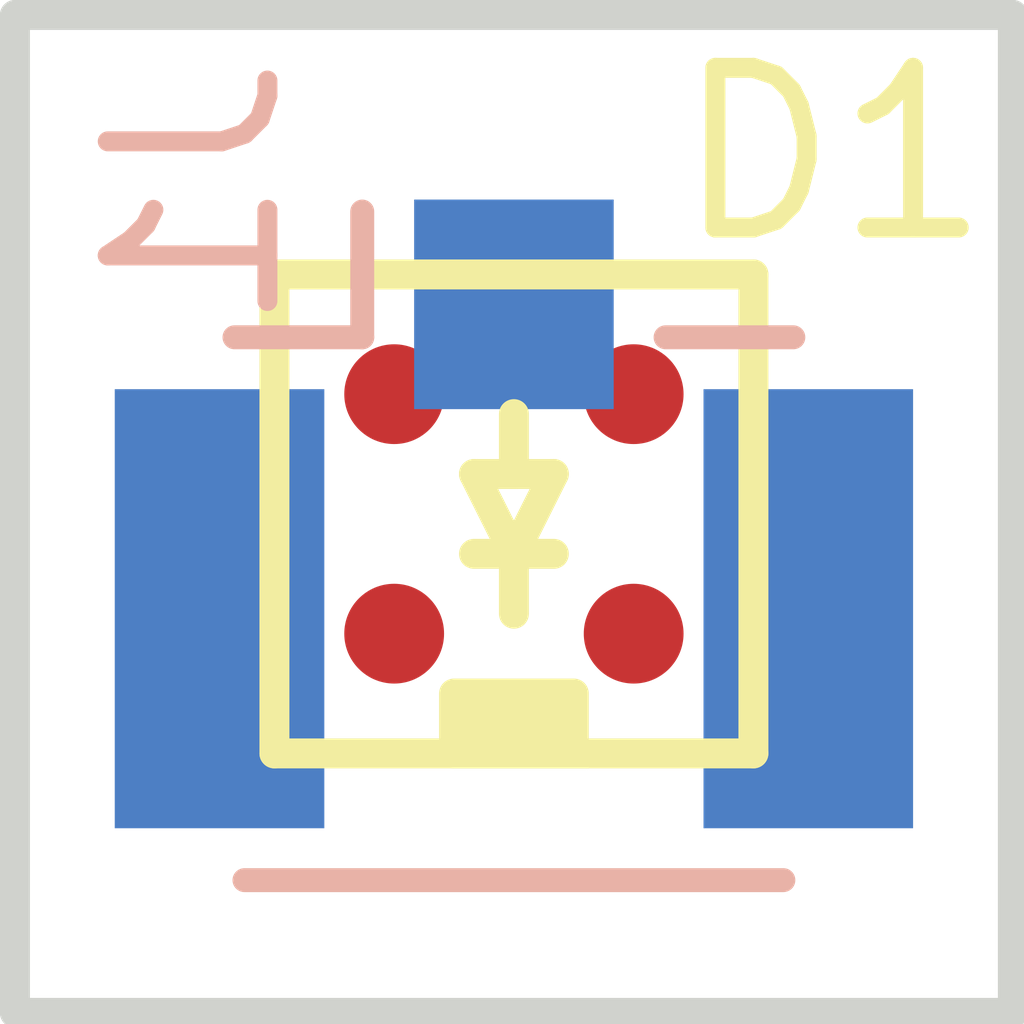
<source format=kicad_pcb>
(kicad_pcb (version 20171130) (host pcbnew "(5.0.2)-1")

  (general
    (thickness 1.6)
    (drawings 4)
    (tracks 0)
    (zones 0)
    (modules 2)
    (nets 3)
  )

  (page A4)
  (layers
    (0 F.Cu signal)
    (31 B.Cu signal)
    (32 B.Adhes user)
    (33 F.Adhes user)
    (34 B.Paste user)
    (35 F.Paste user)
    (36 B.SilkS user)
    (37 F.SilkS user)
    (38 B.Mask user)
    (39 F.Mask user)
    (40 Dwgs.User user)
    (41 Cmts.User user)
    (42 Eco1.User user)
    (43 Eco2.User user)
    (44 Edge.Cuts user)
    (45 Margin user)
    (46 B.CrtYd user)
    (47 F.CrtYd user)
    (48 B.Fab user hide)
    (49 F.Fab user hide)
  )

  (setup
    (last_trace_width 0.25)
    (trace_clearance 0.2)
    (zone_clearance 0.508)
    (zone_45_only no)
    (trace_min 0.2)
    (segment_width 0.2)
    (edge_width 0.15)
    (via_size 0.8)
    (via_drill 0.4)
    (via_min_size 0.4)
    (via_min_drill 0.3)
    (uvia_size 0.3)
    (uvia_drill 0.1)
    (uvias_allowed no)
    (uvia_min_size 0.2)
    (uvia_min_drill 0.1)
    (pcb_text_width 0.3)
    (pcb_text_size 1.5 1.5)
    (mod_edge_width 0.15)
    (mod_text_size 1 1)
    (mod_text_width 0.15)
    (pad_size 1.524 1.524)
    (pad_drill 0.762)
    (pad_to_mask_clearance 0.051)
    (solder_mask_min_width 0.25)
    (aux_axis_origin 0 0)
    (visible_elements FFFFFF7F)
    (pcbplotparams
      (layerselection 0x010fc_ffffffff)
      (usegerberextensions false)
      (usegerberattributes false)
      (usegerberadvancedattributes false)
      (creategerberjobfile false)
      (excludeedgelayer true)
      (linewidth 0.100000)
      (plotframeref false)
      (viasonmask false)
      (mode 1)
      (useauxorigin false)
      (hpglpennumber 1)
      (hpglpenspeed 20)
      (hpglpendiameter 15.000000)
      (psnegative false)
      (psa4output false)
      (plotreference true)
      (plotvalue true)
      (plotinvisibletext false)
      (padsonsilk false)
      (subtractmaskfromsilk false)
      (outputformat 1)
      (mirror false)
      (drillshape 1)
      (scaleselection 1)
      (outputdirectory ""))
  )

  (net 0 "")
  (net 1 "Net-(D1-PadK)")
  (net 2 "Net-(D1-PadA)")

  (net_class Default "This is the default net class."
    (clearance 0.2)
    (trace_width 0.25)
    (via_dia 0.8)
    (via_drill 0.4)
    (uvia_dia 0.3)
    (uvia_drill 0.1)
    (add_net "Net-(D1-PadA)")
    (add_net "Net-(D1-PadK)")
  )

  (module Connector_Coaxial:U.FL_Hirose_U.FL-R-SMT-1_Vertical (layer B.Cu) (tedit 5C3B3971) (tstamp 5C47C515)
    (at 145.5 111.5 270)
    (descr "Hirose U.FL Coaxial https://www.hirose.com/product/en/products/U.FL/U.FL-R-SMT-1%2810%29/")
    (tags "Hirose U.FL Coaxial")
    (path /5C3B2B19)
    (attr smd)
    (fp_text reference J1 (at -1.6 1.6 270) (layer B.SilkS)
      (effects (font (size 0.8 0.8) (thickness 0.1)) (justify mirror))
    )
    (fp_text value Conn_Coaxial (at 0.475 -3.2 270) (layer B.Fab)
      (effects (font (size 1 1) (thickness 0.15)) (justify mirror))
    )
    (fp_text user %R (at 0.475 0 180) (layer B.Fab)
      (effects (font (size 0.6 0.6) (thickness 0.09)) (justify mirror))
    )
    (fp_line (start -2.02 -1) (end -2.02 1) (layer B.CrtYd) (width 0.05))
    (fp_line (start -1.32 -1) (end -2.02 -1) (layer B.CrtYd) (width 0.05))
    (fp_line (start 2.08 -1.8) (end 2.28 -1.8) (layer B.CrtYd) (width 0.05))
    (fp_line (start 2.08 -2.5) (end 2.08 -1.8) (layer B.CrtYd) (width 0.05))
    (fp_line (start 2.28 -1.8) (end 2.28 1.8) (layer B.CrtYd) (width 0.05))
    (fp_line (start -1.32 -1.8) (end -1.12 -1.8) (layer B.CrtYd) (width 0.05))
    (fp_line (start -1.12 -2.5) (end -1.12 -1.8) (layer B.CrtYd) (width 0.05))
    (fp_line (start 2.08 -2.5) (end -1.12 -2.5) (layer B.CrtYd) (width 0.05))
    (fp_line (start 1.835 1.35) (end 1.835 -1.35) (layer B.SilkS) (width 0.12))
    (fp_line (start -0.885 0.76) (end -1.515 0.76) (layer B.SilkS) (width 0.12))
    (fp_line (start -0.885 -1.4) (end -0.885 -0.76) (layer B.SilkS) (width 0.12))
    (fp_line (start -0.925 0.3) (end -1.075 0.15) (layer B.Fab) (width 0.1))
    (fp_line (start 1.775 1.3) (end 1.375 1.3) (layer B.Fab) (width 0.1))
    (fp_line (start 1.375 1.5) (end 1.375 1.3) (layer B.Fab) (width 0.1))
    (fp_line (start -0.425 1.5) (end 1.375 1.5) (layer B.Fab) (width 0.1))
    (fp_line (start 1.775 1.3) (end 1.775 -1.3) (layer B.Fab) (width 0.1))
    (fp_line (start 1.775 -1.3) (end 1.375 -1.3) (layer B.Fab) (width 0.1))
    (fp_line (start 1.375 -1.5) (end 1.375 -1.3) (layer B.Fab) (width 0.1))
    (fp_line (start -0.425 -1.5) (end 1.375 -1.5) (layer B.Fab) (width 0.1))
    (fp_line (start -0.425 1.3) (end -0.825 1.3) (layer B.Fab) (width 0.1))
    (fp_line (start -0.425 1.5) (end -0.425 1.3) (layer B.Fab) (width 0.1))
    (fp_line (start -0.825 0.3) (end -0.825 1.3) (layer B.Fab) (width 0.1))
    (fp_line (start -0.925 0.3) (end -0.825 0.3) (layer B.Fab) (width 0.1))
    (fp_line (start -1.075 -0.3) (end -1.075 0.15) (layer B.Fab) (width 0.1))
    (fp_line (start -1.075 -0.3) (end -0.825 -0.3) (layer B.Fab) (width 0.1))
    (fp_line (start -0.825 -0.3) (end -0.825 -1.3) (layer B.Fab) (width 0.1))
    (fp_line (start -0.425 -1.3) (end -0.825 -1.3) (layer B.Fab) (width 0.1))
    (fp_line (start -0.425 -1.5) (end -0.425 -1.3) (layer B.Fab) (width 0.1))
    (fp_line (start -0.885 1.4) (end -0.885 0.76) (layer B.SilkS) (width 0.12))
    (fp_line (start 2.08 1.8) (end 2.28 1.8) (layer B.CrtYd) (width 0.05))
    (fp_line (start 2.08 1.8) (end 2.08 2.5) (layer B.CrtYd) (width 0.05))
    (fp_line (start -1.32 1) (end -1.32 1.8) (layer B.CrtYd) (width 0.05))
    (fp_line (start 2.08 2.5) (end -1.12 2.5) (layer B.CrtYd) (width 0.05))
    (fp_line (start -1.12 1.8) (end -1.12 2.5) (layer B.CrtYd) (width 0.05))
    (fp_line (start -1.32 1.8) (end -1.12 1.8) (layer B.CrtYd) (width 0.05))
    (fp_line (start -1.32 -1.8) (end -1.32 -1) (layer B.CrtYd) (width 0.05))
    (fp_line (start -1.32 1) (end -2.02 1) (layer B.CrtYd) (width 0.05))
    (pad 2 smd rect (at 0.475 -1.475 270) (size 2.2 1.05) (layers B.Cu B.Paste B.Mask)
      (net 1 "Net-(D1-PadK)"))
    (pad 1 smd rect (at -1.05 0 270) (size 1.05 1) (layers B.Cu B.Paste B.Mask)
      (net 2 "Net-(D1-PadA)"))
    (pad 2 smd rect (at 0.475 1.475 270) (size 2.2 1.05) (layers B.Cu B.Paste B.Mask)
      (net 1 "Net-(D1-PadK)"))
    (model ${KISYS3DMOD}/Connector_Coaxial.3dshapes/U.FL_Hirose_U.FL-R-SMT-1_Vertical.wrl
      (offset (xyz 0.4749999928262157 0 0))
      (scale (xyz 1 1 1))
      (rotate (xyz 0 0 0))
    )
  )

  (module s13360-2050ve:S13360-2050VE (layer F.Cu) (tedit 5C3B3975) (tstamp 5C47C3F9)
    (at 145.5 111.5)
    (path /5C3B29EF)
    (fp_text reference D1 (at 1.6 -1.8) (layer F.SilkS)
      (effects (font (size 0.8 0.8) (thickness 0.1)))
    )
    (fp_text value S13360-2050VE (at 0 2.5) (layer F.Fab)
      (effects (font (size 1 1) (thickness 0.15)))
    )
    (fp_line (start 1.2 -1.2) (end -1.2 -1.2) (layer F.SilkS) (width 0.15))
    (fp_line (start -1.2 -1.2) (end -1.2 1.2) (layer F.SilkS) (width 0.15))
    (fp_line (start -1.2 1.2) (end 1.2 1.2) (layer F.SilkS) (width 0.15))
    (fp_line (start 1.2 1.2) (end 1.2 -1.2) (layer F.SilkS) (width 0.15))
    (fp_poly (pts (xy 0.3 1.2) (xy 0.3 0.9) (xy -0.3 0.9) (xy -0.3 1.2)) (layer F.SilkS) (width 0.15))
    (fp_line (start 0 -0.2) (end -0.2 -0.2) (layer F.SilkS) (width 0.15))
    (fp_line (start -0.2 -0.2) (end 0 0.2) (layer F.SilkS) (width 0.15))
    (fp_line (start 0 0.2) (end 0.2 -0.2) (layer F.SilkS) (width 0.15))
    (fp_line (start 0.2 -0.2) (end 0 -0.2) (layer F.SilkS) (width 0.15))
    (fp_line (start -0.2 0.2) (end 0.2 0.2) (layer F.SilkS) (width 0.15))
    (fp_line (start 0 0.2) (end 0 0.5) (layer F.SilkS) (width 0.15))
    (fp_line (start 0 -0.2) (end 0 -0.5) (layer F.SilkS) (width 0.15))
    (fp_line (start 1.4 1.4) (end 1.4 -1.4) (layer F.CrtYd) (width 0.05))
    (fp_line (start 1.4 -1.4) (end -1.4 -1.4) (layer F.CrtYd) (width 0.05))
    (fp_line (start -1.4 -1.4) (end -1.4 1.4) (layer F.CrtYd) (width 0.05))
    (fp_line (start -1.4 1.4) (end 1.4 1.4) (layer F.CrtYd) (width 0.05))
    (fp_line (start 1.2 1.2) (end 1.2 -1.2) (layer F.Fab) (width 0.15))
    (fp_line (start 1.2 -1.2) (end -1.2 -1.2) (layer F.Fab) (width 0.15))
    (fp_line (start -1.2 -1.2) (end -1.2 1.2) (layer F.Fab) (width 0.15))
    (fp_line (start -1.2 1.2) (end 1.2 1.2) (layer F.Fab) (width 0.15))
    (fp_poly (pts (xy -0.3 1.2) (xy -0.3 0.9) (xy 0.3 0.9) (xy 0.3 1.2)) (layer F.Fab) (width 0.15))
    (fp_text user %R (at 0 0) (layer F.Fab)
      (effects (font (size 1 1) (thickness 0.15)))
    )
    (pad 2 smd circle (at -0.6 0.6) (size 0.5 0.5) (layers F.Cu F.Paste F.Mask))
    (pad 2 smd circle (at 0.6 0.6) (size 0.5 0.5) (layers F.Cu F.Paste F.Mask))
    (pad 1 smd circle (at 0.6 -0.6) (size 0.5 0.5) (layers F.Cu F.Paste F.Mask))
    (pad 1 smd circle (at -0.6 -0.6) (size 0.5 0.5) (layers F.Cu F.Paste F.Mask))
    (model ${KIPRJMOD}/components/s13360-2050ve/s13360-2050ve.stp
      (at (xyz 0 0 0))
      (scale (xyz 1 1 1))
      (rotate (xyz -90 0 0))
    )
  )

  (gr_line (start 143 114) (end 148 114) (layer Edge.Cuts) (width 0.15))
  (gr_line (start 143 109) (end 143 114) (layer Edge.Cuts) (width 0.15))
  (gr_line (start 148 109) (end 143 109) (layer Edge.Cuts) (width 0.15))
  (gr_line (start 148 114) (end 148 109) (layer Edge.Cuts) (width 0.15))

)

</source>
